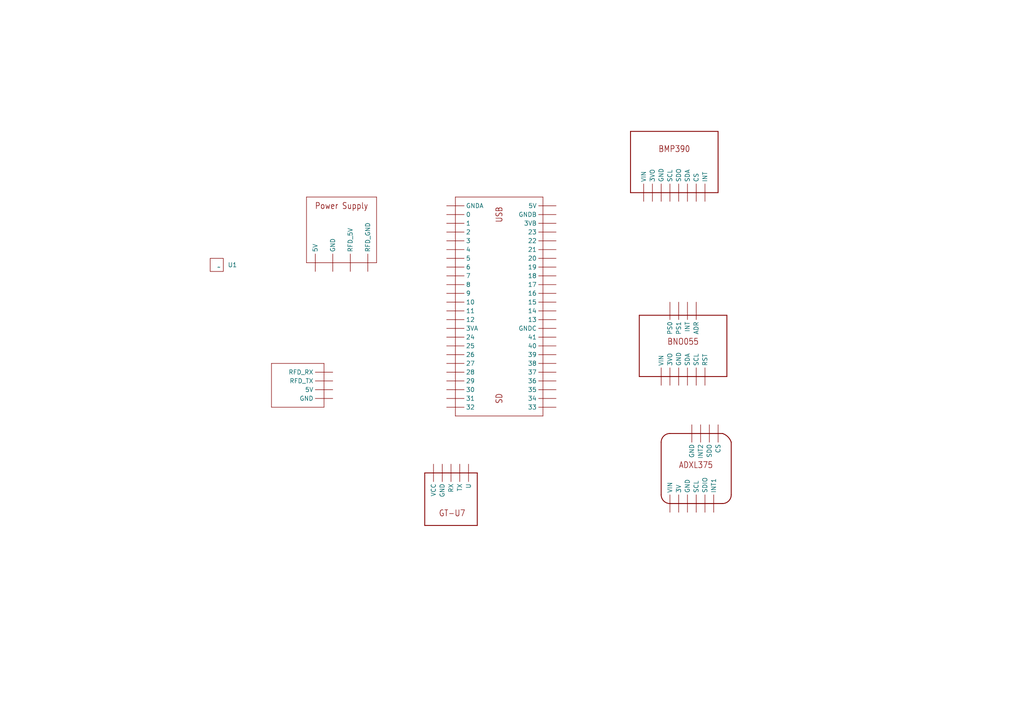
<source format=kicad_sch>
(kicad_sch (version 20230121) (generator eeschema)
  (paper "A4")
  (lib_symbols
    (symbol "SHART.symbols:ADXL377"
      (symbol "ADXL377_1_0"
        (polyline (pts (xy 0 17.78) (xy 0 2.54)) (stroke (width 0.254)))
        (polyline (pts (xy 2.54 0) (xy 17.78 0)) (stroke (width 0.254)))
        (polyline (pts (xy 17.78 20.32) (xy 2.54 20.32)) (stroke (width 0.254)))
        (polyline (pts (xy 20.32 2.54) (xy 20.32 17.78)) (stroke (width 0.254)))
        (arc (start 0 2.54) (mid 0.7439 0.7439) (end 2.54 0) (stroke (width 0.254)))
        (arc (start 2.54 20.32) (mid 0.7439 19.5761) (end 0 17.78) (stroke (width 0.254)))
        (arc (start 17.78 0) (mid 19.5761 0.7439) (end 20.32 2.54) (stroke (width 0.254)))
        (arc (start 20.32 17.7799) (mid 19.3498 19.3497) (end 17.78 20.32) (stroke (width 0.254)))
        (text "ADXL375\n" (at 5.08 10.16 0) (effects (font (size 1.778 1.5113)) (justify left bottom)))
        (pin bidirectional line (at 5.08 -2.54 90) (length 5.08) (name "3V") (number "3V"))
        (pin bidirectional line (at 16.51 22.86 270) (length 5.08) (name "CS") (number "CS"))
        (pin bidirectional line (at 7.62 -2.54 90) (length 5.08) (name "GND") (number "GND"))
        (pin bidirectional line (at 8.89 22.86 270) (length 5.08) (name "GND") (number "GND"))
        (pin bidirectional line (at 15.24 -2.54 90) (length 5.08) (name "INT1") (number "INT1"))
        (pin bidirectional line (at 11.43 22.86 270) (length 5.08) (name "INT2") (number "INT2"))
        (pin bidirectional line (at 10.16 -2.54 90) (length 5.08) (name "SCL") (number "SCL"))
        (pin bidirectional line (at 12.7 -2.54 90) (length 5.08) (name "SDIO") (number "SDIO"))
        (pin bidirectional line (at 13.97 22.86 270) (length 5.08) (name "SDO") (number "SDO"))
        (pin bidirectional line (at 2.54 -2.54 90) (length 5.08) (name "VIN") (number "VIN"))
      )
    )
    (symbol "SHART.symbols:BMP390"
      (symbol "BMP390_1_0"
        (polyline (pts (xy 0 0) (xy 25.4 0)) (stroke (width 0.254)))
        (polyline (pts (xy 0 17.78) (xy 0 0)) (stroke (width 0.254)))
        (polyline (pts (xy 25.4 0) (xy 25.4 17.78)) (stroke (width 0.254)))
        (polyline (pts (xy 25.4 17.78) (xy 0 17.78)) (stroke (width 0.254)))
        (text "BMP390" (at 12.7 12.7 0) (effects (font (size 1.778 1.5113))))
        (pin bidirectional line (at 6.35 -2.54 90) (length 5.08) (name "3VO") (number "3V0"))
        (pin bidirectional line (at 19.05 -2.54 90) (length 5.08) (name "CS") (number "CS"))
        (pin bidirectional line (at 8.89 -2.54 90) (length 5.08) (name "GND") (number "GND"))
        (pin bidirectional line (at 21.59 -2.54 90) (length 5.08) (name "INT") (number "INT"))
        (pin bidirectional line (at 11.43 -2.54 90) (length 5.08) (name "SCL") (number "SCL"))
        (pin bidirectional line (at 16.51 -2.54 90) (length 5.08) (name "SDA") (number "SDA"))
        (pin bidirectional line (at 13.97 -2.54 90) (length 5.08) (name "SDO") (number "SDC"))
        (pin bidirectional line (at 3.81 -2.54 90) (length 5.08) (name "VIN") (number "VIN"))
      )
    )
    (symbol "SHART.symbols:BMP390_1"
      (symbol "BMP390_1_1_0"
        (polyline (pts (xy 0 0) (xy 25.4 0)) (stroke (width 0.254)))
        (polyline (pts (xy 0 17.78) (xy 0 0)) (stroke (width 0.254)))
        (polyline (pts (xy 25.4 0) (xy 25.4 17.78)) (stroke (width 0.254)))
        (polyline (pts (xy 25.4 17.78) (xy 0 17.78)) (stroke (width 0.254)))
        (text "BNO055\n" (at 12.7 10.16 0) (effects (font (size 1.778 1.5113))))
        (pin bidirectional line (at 8.89 -2.54 90) (length 5.08) (name "3VO") (number "3VO"))
        (pin bidirectional line (at 16.51 21.59 270) (length 5.08) (name "ADR") (number "ADR"))
        (pin bidirectional line (at 11.43 -2.54 90) (length 5.08) (name "GND") (number "GND"))
        (pin bidirectional line (at 13.97 21.59 270) (length 5.08) (name "INT") (number "INT"))
        (pin bidirectional line (at 8.89 21.59 270) (length 5.08) (name "PS0") (number "PS0"))
        (pin bidirectional line (at 11.43 21.59 270) (length 5.08) (name "PS1") (number "PS1"))
        (pin bidirectional line (at 19.05 -2.54 90) (length 5.08) (name "RST") (number "RST"))
        (pin bidirectional line (at 16.51 -2.54 90) (length 5.08) (name "SCL") (number "SCL"))
        (pin bidirectional line (at 13.97 -2.54 90) (length 5.08) (name "SDA") (number "SDA"))
        (pin bidirectional line (at 6.35 -2.54 90) (length 5.08) (name "VIN") (number "VIN"))
      )
    )
    (symbol "SHART.symbols:CUSTOM_POWER_INPUT"
      (symbol "CUSTOM_POWER_INPUT_1_0"
        (polyline (pts (xy 0 0) (xy 20.32 0)) (stroke (width 0.1524)))
        (polyline (pts (xy 0 19.05) (xy 0 0)) (stroke (width 0.1524)))
        (polyline (pts (xy 20.32 0) (xy 20.32 19.05)) (stroke (width 0.1524)))
        (polyline (pts (xy 20.32 19.05) (xy 0 19.05)) (stroke (width 0.1524)))
        (text "Power Supply" (at 10.16 16.51 0) (effects (font (size 1.778 1.5113))))
        (pin bidirectional line (at 2.54 -2.54 90) (length 5.08) (name "5V") (number "5V"))
        (pin bidirectional line (at 7.62 -2.54 90) (length 5.08) (name "GND") (number "GND"))
        (pin bidirectional line (at 12.7 -2.54 90) (length 5.08) (name "RFD_5V") (number "RFD_5V"))
        (pin bidirectional line (at 17.78 -2.54 90) (length 5.08) (name "RFD_GND") (number "RFD_GND"))
      )
    )
    (symbol "SHART.symbols:CUSTOM_RADIO_INTERFACE"
      (symbol "CUSTOM_RADIO_INTERFACE_1_0"
        (polyline (pts (xy 0 0) (xy 12.7 0)) (stroke (width 0.1524)))
        (polyline (pts (xy 0 15.24) (xy 0 0)) (stroke (width 0.1524)))
        (polyline (pts (xy 12.7 0) (xy 12.7 15.24)) (stroke (width 0.1524)))
        (polyline (pts (xy 12.7 15.24) (xy 0 15.24)) (stroke (width 0.1524)))
        (pin bidirectional line (at 5.08 -2.54 90) (length 5.08) (name "5V") (number "5V"))
        (pin bidirectional line (at 2.54 -2.54 90) (length 5.08) (name "GND") (number "GND"))
        (pin bidirectional line (at 10.16 -2.54 90) (length 5.08) (name "RFD_RX") (number "RX"))
        (pin bidirectional line (at 7.62 -2.54 90) (length 5.08) (name "RFD_TX") (number "TX"))
      )
    )
    (symbol "SHART.symbols:CUSTOM_TEENSY4.1"
      (symbol "CUSTOM_TEENSY4.1_1_0"
        (polyline (pts (xy 0 0) (xy 63.5 0)) (stroke (width 0.1524)))
        (polyline (pts (xy 0 25.4) (xy 0 0)) (stroke (width 0.1524)))
        (polyline (pts (xy 63.5 0) (xy 63.5 25.4)) (stroke (width 0.1524)))
        (polyline (pts (xy 63.5 25.4) (xy 0 25.4)) (stroke (width 0.1524)))
        (text "SD" (at 58.42 12.7 0) (effects (font (size 1.778 1.5113))))
        (text "USB" (at 5.08 12.7 0) (effects (font (size 1.778 1.5113))))
        (pin bidirectional line (at 5.08 -2.54 90) (length 5.08) (name "0") (number "0"))
        (pin bidirectional line (at 7.62 -2.54 90) (length 5.08) (name "1") (number "1"))
        (pin bidirectional line (at 30.48 -2.54 90) (length 5.08) (name "10") (number "10"))
        (pin bidirectional line (at 33.02 -2.54 90) (length 5.08) (name "11") (number "11"))
        (pin bidirectional line (at 35.56 -2.54 90) (length 5.08) (name "12") (number "12"))
        (pin bidirectional line (at 35.56 29.21 270) (length 5.08) (name "13") (number "13"))
        (pin bidirectional line (at 33.02 29.21 270) (length 5.08) (name "14") (number "14"))
        (pin bidirectional line (at 30.48 29.21 270) (length 5.08) (name "15") (number "15"))
        (pin bidirectional line (at 27.94 29.21 270) (length 5.08) (name "16") (number "16"))
        (pin bidirectional line (at 25.4 29.21 270) (length 5.08) (name "17") (number "17"))
        (pin bidirectional line (at 22.86 29.21 270) (length 5.08) (name "18") (number "18"))
        (pin bidirectional line (at 20.32 29.21 270) (length 5.08) (name "19") (number "19"))
        (pin bidirectional line (at 10.16 -2.54 90) (length 5.08) (name "2") (number "2"))
        (pin bidirectional line (at 17.78 29.21 270) (length 5.08) (name "20") (number "20"))
        (pin bidirectional line (at 15.24 29.21 270) (length 5.08) (name "21") (number "21"))
        (pin bidirectional line (at 12.7 29.21 270) (length 5.08) (name "22") (number "22"))
        (pin bidirectional line (at 10.16 29.21 270) (length 5.08) (name "23") (number "23"))
        (pin bidirectional line (at 40.64 -2.54 90) (length 5.08) (name "24") (number "24"))
        (pin bidirectional line (at 43.18 -2.54 90) (length 5.08) (name "25") (number "25"))
        (pin bidirectional line (at 45.72 -2.54 90) (length 5.08) (name "26") (number "26"))
        (pin bidirectional line (at 48.26 -2.54 90) (length 5.08) (name "27") (number "27"))
        (pin bidirectional line (at 50.8 -2.54 90) (length 5.08) (name "28") (number "28"))
        (pin bidirectional line (at 53.34 -2.54 90) (length 5.08) (name "29") (number "29"))
        (pin bidirectional line (at 12.7 -2.54 90) (length 5.08) (name "3") (number "3"))
        (pin bidirectional line (at 55.88 -2.54 90) (length 5.08) (name "30") (number "30"))
        (pin bidirectional line (at 58.42 -2.54 90) (length 5.08) (name "31") (number "31"))
        (pin bidirectional line (at 60.96 -2.54 90) (length 5.08) (name "32") (number "32"))
        (pin bidirectional line (at 60.96 29.21 270) (length 5.08) (name "33") (number "33"))
        (pin bidirectional line (at 58.42 29.21 270) (length 5.08) (name "34") (number "34"))
        (pin bidirectional line (at 55.88 29.21 270) (length 5.08) (name "35") (number "35"))
        (pin bidirectional line (at 53.34 29.21 270) (length 5.08) (name "36") (number "36"))
        (pin bidirectional line (at 50.8 29.21 270) (length 5.08) (name "37") (number "37"))
        (pin bidirectional line (at 48.26 29.21 270) (length 5.08) (name "38") (number "38"))
        (pin bidirectional line (at 45.72 29.21 270) (length 5.08) (name "39") (number "39"))
        (pin bidirectional line (at 38.1 -2.54 90) (length 5.08) (name "3VA") (number "3VA"))
        (pin bidirectional line (at 7.62 29.21 270) (length 5.08) (name "3VB") (number "3VB"))
        (pin bidirectional line (at 15.24 -2.54 90) (length 5.08) (name "4") (number "4"))
        (pin bidirectional line (at 43.18 29.21 270) (length 5.08) (name "40") (number "40"))
        (pin bidirectional line (at 40.64 29.21 270) (length 5.08) (name "41") (number "41"))
        (pin bidirectional line (at 17.78 -2.54 90) (length 5.08) (name "5") (number "5"))
        (pin bidirectional line (at 2.54 29.21 270) (length 5.08) (name "5V") (number "5VA"))
        (pin bidirectional line (at 20.32 -2.54 90) (length 5.08) (name "6") (number "6"))
        (pin bidirectional line (at 22.86 -2.54 90) (length 5.08) (name "7") (number "7"))
        (pin bidirectional line (at 25.4 -2.54 90) (length 5.08) (name "8") (number "8"))
        (pin bidirectional line (at 27.94 -2.54 90) (length 5.08) (name "9") (number "9"))
        (pin bidirectional line (at 2.54 -2.54 90) (length 5.08) (name "GNDA") (number "GNDA"))
        (pin bidirectional line (at 5.08 29.21 270) (length 5.08) (name "GNDB") (number "GNDB"))
        (pin bidirectional line (at 38.1 29.21 270) (length 5.08) (name "GNDC") (number "GNDC"))
      )
    )
    (symbol "SHART.symbols:GT-U7"
      (symbol "GT-U7_1_0"
        (polyline (pts (xy 0 0) (xy 0 15.24)) (stroke (width 0.254)))
        (polyline (pts (xy 0 15.24) (xy 15.24 15.24)) (stroke (width 0.254)))
        (polyline (pts (xy 15.24 0) (xy 0 0)) (stroke (width 0.254)))
        (polyline (pts (xy 15.24 15.24) (xy 15.24 0)) (stroke (width 0.254)))
        (text "GT-U7" (at 4.064 2.54 0) (effects (font (size 1.778 1.5113)) (justify left bottom)))
        (pin bidirectional line (at 5.08 17.78 270) (length 5.08) (name "GND") (number "GND"))
        (pin bidirectional line (at 7.62 17.78 270) (length 5.08) (name "RX") (number "RX"))
        (pin bidirectional line (at 10.16 17.78 270) (length 5.08) (name "TX") (number "TX"))
        (pin bidirectional line (at 12.7 17.78 270) (length 5.08) (name "U") (number "U"))
        (pin bidirectional line (at 2.54 17.78 270) (length 5.08) (name "VCC") (number "VCC"))
      )
    )
    (symbol "SHART.symbols:Radio_Space"
      (property "Reference" "U" (at 0 0 0))
      (symbol "Radio_Space_0_1"
        (rectangle (start 1.27 -1.27) (end -2.54 2.54))
      )
    )
  )
  (symbol (lib_id "SHART.symbols:CUSTOM_POWER_INPUT") (at 88.9 76.2 0) (unit 1)
    (property "Reference" "U$4" (effects hide))
    (property "Value" "CUSTOM_POWER_INPUT" (effects hide))
    (property "Footprint" "Footprint.Shart:CUSTOM_POWER_INPUT" (effects hide))
  )
  (symbol (lib_id "SHART.symbols:Radio_Space") (at 63.5 77.47 0) (unit 1)
    (property "Reference" "U1" (at 66.04 76.835 0) (effects (justify left)))
    (property "Value" "~" (at 63.5 77.47 0))
  )
  (symbol (lib_id "SHART.symbols:BMP390") (at 182.88 55.88 0) (unit 1)
    (property "Reference" "U$2" (effects hide))
    (property "Value" "BMP390" (effects hide))
    (property "Footprint" "Footprint.Shart:BMP390" (effects hide))
    (property "SPICEPREFIX" "X" (effects hide))
  )
  (symbol (lib_id "SHART.symbols:BMP390_1") (at 185.42 109.22 0) (unit 1)
    (property "Reference" "U$3" (effects hide))
    (property "Value" "BNO055" (effects hide))
    (property "Footprint" "Footprint.Shart:BNO055" (effects hide))
    (property "SPICEPREFIX" "X" (effects hide))
  )
  (symbol (lib_id "SHART.symbols:CUSTOM_RADIO_INTERFACE") (at 93.98 118.11 90) (unit 1)
    (property "Reference" "U$5" (effects hide))
    (property "Value" "CUSTOM_RADIO_INTERFACE" (effects hide))
    (property "Footprint" "Footprint.Shart:CUSTOM_RADIO_INTERFACE" (effects hide))
  )
  (symbol (lib_id "SHART.symbols:ADXL377") (at 191.77 146.05 0) (unit 1)
    (property "Reference" "U$7" (effects hide))
    (property "Value" "ADXL375" (effects hide))
    (property "Footprint" "Footprint.Shart:ADXL375" (effects hide))
  )
  (symbol (lib_id "SHART.symbols:GT-U7") (at 123.19 152.4 0) (unit 1)
    (property "Reference" "U$6" (effects hide))
    (property "Value" "GT-U7" (effects hide))
    (property "Footprint" "Footprint.Shart:GT-U7" (effects hide))
  )
  (symbol (lib_id "SHART.symbols:CUSTOM_TEENSY4.1") (at 132.08 57.15 270) (unit 1)
    (property "Reference" "U$1" (effects hide))
    (property "Value" "CUSTOM_TEENSY4.1" (effects hide))
    (property "Footprint" "Footprint.Shart:CUSTOM_TEENSY4.1" (effects hide))
  )
)
</source>
